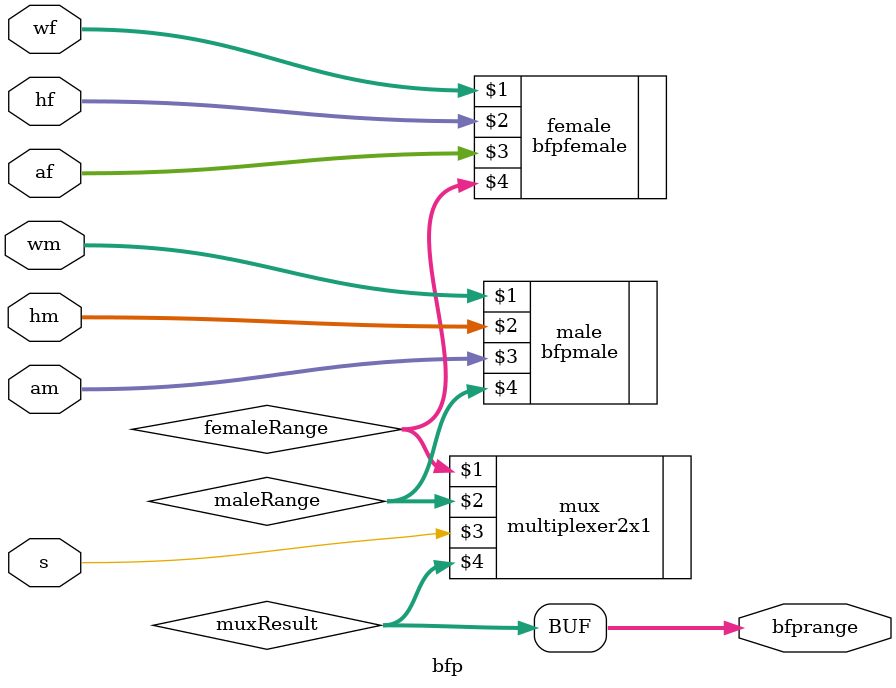
<source format=v>
/*--  *******************************************************
--  Computer Architecture Course, Laboratory Sources 
--  Amirkabir University of Technology (Tehran Polytechnic)
--  Department of Computer Engineering (CE-AUT)
--  https://ce[dot]aut[dot]ac[dot]ir
--  *******************************************************
--  All Rights reserved (C) 2020-2021
--  *******************************************************
--  Student ID  : 
--  Student Name: 
--  Student Mail: 
--  *******************************************************
--  Additional Comments:
--
--*/

/*-----------------------------------------------------------
---  Module Name: bfp
-----------------------------------------------------------*/
`timescale 1 ns/1 ns
module bfp(
wf,
hf,
af,
wm,
hm,
am,
s,
bfprange);
  input [7:0] wf;
  input [7:0] hf;
  input [7:0] af;
  input [7:0] wm;
  input [7:0] hm;
  input [7:0] am;
  input s;
  output reg [7:0] bfprange;

wire [7:0] femaleRange ;
wire [7:0] maleRange;
wire [7:0] muxResult;
bfpfemale female(wf,hf,af,femaleRange);
bfpmale male(wm,hm,am,maleRange);

/*initial 
	begin 
		$monitor ("%male = %b , female = %b",bfprange,femaleRange);
	end*/
multiplexer2x1 mux(femaleRange,maleRange,s,muxResult);

always @ (muxResult)
	bfprange = muxResult; 
	
	
endmodule
</source>
